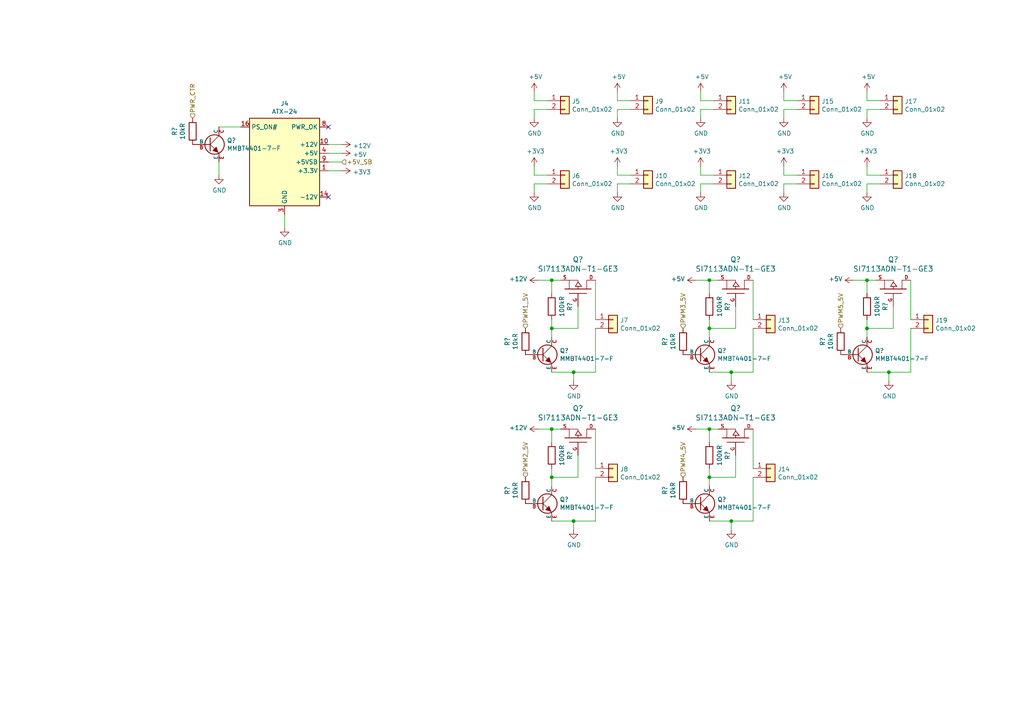
<source format=kicad_sch>
(kicad_sch (version 20230121) (generator eeschema)
  (paper "A4")
  (lib_symbols
    (symbol "power_board-rescue:+12V-power" (power) (pin_names (offset 0))
      (property "Value" "+12V-power" (at 0 3.556 0))
      (symbol "+12V-power_0_1"
        (polyline (pts (xy -0.762 1.27) (xy 0 2.54)))
        (polyline (pts (xy 0 0) (xy 0 2.54)))
        (polyline (pts (xy 0 2.54) (xy 0.762 1.27)))
      )
      (symbol "+12V-power_1_1"
        (pin power_in line (at 0 0 90) (length 0) hide (name "+12V") (number "1"))
      )
    )
    (symbol "power_board-rescue:+3V3-power" (power) (pin_names (offset 0))
      (property "Value" "+3V3-power" (at 0 3.556 0))
      (symbol "+3V3-power_0_1"
        (polyline (pts (xy -0.762 1.27) (xy 0 2.54)))
        (polyline (pts (xy 0 0) (xy 0 2.54)))
        (polyline (pts (xy 0 2.54) (xy 0.762 1.27)))
      )
      (symbol "+3V3-power_1_1"
        (pin power_in line (at 0 0 90) (length 0) hide (name "+3V3") (number "1"))
      )
    )
    (symbol "power_board-rescue:+5V-power" (power) (pin_names (offset 0))
      (property "Value" "+5V-power" (at 0 3.556 0))
      (symbol "+5V-power_0_1"
        (polyline (pts (xy -0.762 1.27) (xy 0 2.54)))
        (polyline (pts (xy 0 0) (xy 0 2.54)))
        (polyline (pts (xy 0 2.54) (xy 0.762 1.27)))
      )
      (symbol "+5V-power_1_1"
        (pin power_in line (at 0 0 90) (length 0) hide (name "+5V") (number "1"))
      )
    )
    (symbol "power_board-rescue:ATX-24-Connector"
      (property "Reference" "J" (at -8.89 13.97 0))
      (property "Value" "Connector_ATX-24" (at 6.35 13.97 0))
      (symbol "ATX-24-Connector_0_1"
        (rectangle (start -10.16 12.7) (end 10.16 -12.7) (stroke (width 0.254)) (fill (type background)))
      )
      (symbol "ATX-24-Connector_1_1"
        (pin power_out line (at 12.7 -2.54 180) (length 2.54) (name "+3.3V") (number "1"))
        (pin power_out line (at 12.7 5.08 180) (length 2.54) (name "+12V") (number "10"))
        (pin passive line (at 12.7 5.08 180) (length 2.54) hide (name "+12V") (number "11"))
        (pin passive line (at 12.7 -2.54 180) (length 2.54) hide (name "+3.3V") (number "12"))
        (pin passive line (at 12.7 -2.54 180) (length 2.54) hide (name "+3.3V") (number "13"))
        (pin power_out line (at 12.7 -10.16 180) (length 2.54) (name "-12V") (number "14"))
        (pin passive line (at 0 -15.24 90) (length 2.54) hide (name "GND") (number "15"))
        (pin open_collector line (at -12.7 10.16 0) (length 2.54) (name "PS_ON#") (number "16"))
        (pin passive line (at 0 -15.24 90) (length 2.54) hide (name "GND") (number "17"))
        (pin passive line (at 0 -15.24 90) (length 2.54) hide (name "GND") (number "18"))
        (pin passive line (at 0 -15.24 90) (length 2.54) hide (name "GND") (number "19"))
        (pin passive line (at 12.7 -2.54 180) (length 2.54) hide (name "+3.3V") (number "2"))
        (pin no_connect line (at -10.16 0 0) (length 2.54) hide (name "NC") (number "20"))
        (pin passive line (at 12.7 2.54 180) (length 2.54) hide (name "+5V") (number "21"))
        (pin passive line (at 12.7 2.54 180) (length 2.54) hide (name "+5V") (number "22"))
        (pin passive line (at 12.7 2.54 180) (length 2.54) hide (name "+5V") (number "23"))
        (pin passive line (at 0 -15.24 90) (length 2.54) hide (name "GND") (number "24"))
        (pin power_out line (at 0 -15.24 90) (length 2.54) (name "GND") (number "3"))
        (pin power_out line (at 12.7 2.54 180) (length 2.54) (name "+5V") (number "4"))
        (pin passive line (at 0 -15.24 90) (length 2.54) hide (name "GND") (number "5"))
        (pin passive line (at 12.7 2.54 180) (length 2.54) hide (name "+5V") (number "6"))
        (pin passive line (at 0 -15.24 90) (length 2.54) hide (name "GND") (number "7"))
        (pin output line (at 12.7 10.16 180) (length 2.54) (name "PWR_OK") (number "8"))
        (pin power_out line (at 12.7 0 180) (length 2.54) (name "+5VSB") (number "9"))
      )
    )
    (symbol "power_board-rescue:Conn_01x02-Connector_Generic" (pin_names (offset 1.016) hide)
      (property "Reference" "J" (at 0 2.54 0))
      (property "Value" "Connector_Generic_Conn_01x02" (at 0 -5.08 0))
      (symbol "Conn_01x02-Connector_Generic_1_1"
        (rectangle (start -1.27 -2.413) (end 0 -2.667) (stroke (width 0.1524)))
        (rectangle (start -1.27 0.127) (end 0 -0.127) (stroke (width 0.1524)))
        (rectangle (start -1.27 1.27) (end 1.27 -3.81) (stroke (width 0.254)) (fill (type background)))
        (pin passive line (at -5.08 0 0) (length 3.81) (name "Pin_1") (number "1"))
        (pin passive line (at -5.08 -2.54 0) (length 3.81) (name "Pin_2") (number "2"))
      )
    )
    (symbol "power_board-rescue:GND-power" (power) (pin_names (offset 0))
      (property "Value" "GND-power" (at 0 -3.81 0))
      (symbol "GND-power_0_1"
        (polyline (pts (xy 0 0) (xy 0 -1.27) (xy 1.27 -1.27) (xy 0 -2.54) (xy -1.27 -1.27) (xy 0 -1.27)))
      )
      (symbol "GND-power_1_1"
        (pin power_in line (at 0 0 270) (length 0) hide (name "GND") (number "1"))
      )
    )
    (symbol "power_board-rescue:MOS_P-lsts-discrete" (pin_names (offset 1.016) hide)
      (property "Reference" "Q" (at 0 4.826 0))
      (property "Value" "lsts-discrete_MOS_P" (at 0 -4.572 0))
      (symbol "MOS_P-lsts-discrete_0_1"
        (polyline (pts (xy -1.27 -2.54) (xy -1.27 2.54)) (stroke (width 0.2032)))
        (polyline (pts (xy 0 -3.81) (xy 0 3.81)) (stroke (width 0.254)))
        (polyline (pts (xy 0.762 0) (xy 0 0)) (stroke (width 0.2032)))
        (polyline (pts (xy 2.54 -2.54) (xy 0 -2.54)))
        (polyline (pts (xy 2.54 2.54) (xy 0 2.54)))
        (polyline (pts (xy 2.032 0) (xy 2.54 0) (xy 2.54 -2.54)))
        (polyline (pts (xy 0.762 1.016) (xy 0.762 -0.762) (xy 2.032 0) (xy 0.762 1.016) (xy 0.762 1.016)) (stroke (width 0.2032)))
      )
      (symbol "MOS_P-lsts-discrete_1_1"
        (pin passive line (at 2.54 5.08 270) (length 2.54) (name "D") (number "D"))
        (pin input line (at -5.08 0 0) (length 3.81) (name "G") (number "G"))
        (pin passive line (at 2.54 -5.08 90) (length 2.54) (name "S") (number "S"))
      )
    )
    (symbol "power_board-rescue:NPN_EBC-lsts-discrete" (pin_names (offset 0))
      (property "Reference" "Q" (at 0 -3.81 0))
      (property "Value" "lsts-discrete_NPN_EBC" (at 0 3.81 0))
      (symbol "NPN_EBC-lsts-discrete_0_1"
        (polyline (pts (xy 0 0) (xy 2.54 2.54)))
        (polyline (pts (xy 0 1.905) (xy 0 -1.905) (xy 0 -1.905)) (stroke (width 0.254)))
        (polyline (pts (xy 1.27 -1.27) (xy 0 0) (xy 0 0)))
        (polyline (pts (xy 2.286 -2.286) (xy 2.54 -2.54) (xy 2.54 -2.54)))
        (polyline (pts (xy 2.286 -2.286) (xy 1.778 -0.762) (xy 0.762 -1.778) (xy 2.286 -2.286) (xy 2.286 -2.286)) (fill (type outline)))
        (circle (center 1.27 0) (radius 2.8194) (stroke (width 0.254)))
      )
      (symbol "NPN_EBC-lsts-discrete_1_1"
        (pin input line (at -5.08 0 0) (length 5.08) (name "B") (number "B"))
        (pin passive line (at 2.54 5.08 270) (length 2.54) (name "C") (number "C"))
        (pin passive line (at 2.54 -5.08 90) (length 2.54) (name "E") (number "E"))
      )
    )
    (symbol "power_board-rescue:R-Device" (pin_numbers hide) (pin_names (offset 0))
      (property "Reference" "R" (at 2.032 0 90))
      (property "Value" "Device_R" (at 0 0 90))
      (symbol "R-Device_0_1"
        (rectangle (start -1.016 -2.54) (end 1.016 2.54) (stroke (width 0.254)))
      )
      (symbol "R-Device_1_1"
        (pin passive line (at 0 3.81 270) (length 1.27) (name "~") (number "1"))
        (pin passive line (at 0 -3.81 90) (length 1.27) (name "~") (number "2"))
      )
    )
  )
  (junction (at 160.02 81.28))
  (junction (at 251.46 81.28))
  (junction (at 205.74 124.46))
  (junction (at 205.74 95.25))
  (junction (at 212.09 151.13))
  (junction (at 205.74 138.43))
  (junction (at 160.02 138.43))
  (junction (at 160.02 124.46))
  (junction (at 212.09 107.95))
  (junction (at 257.81 107.95))
  (junction (at 251.46 95.25))
  (junction (at 166.37 151.13))
  (junction (at 205.74 81.28))
  (junction (at 160.02 95.25))
  (junction (at 166.37 107.95))
  (no_connect (at 95.25 36.83))
  (no_connect (at 95.25 57.15))
  (wire (pts (xy 179.07 31.75) (xy 179.07 34.29)))
  (wire (pts (xy 205.74 151.13) (xy 212.09 151.13)))
  (wire (pts (xy 160.02 124.46) (xy 162.56 124.46)))
  (wire (pts (xy 207.01 53.34) (xy 203.2 53.34)))
  (wire (pts (xy 63.5 46.99) (xy 63.5 50.8)))
  (wire (pts (xy 205.74 135.89) (xy 205.74 138.43)))
  (wire (pts (xy 255.27 53.34) (xy 251.46 53.34)))
  (wire (pts (xy 264.16 81.28) (xy 264.16 92.71)))
  (wire (pts (xy 160.02 81.28) (xy 156.21 81.28)))
  (wire (pts (xy 255.27 50.8) (xy 251.46 50.8)))
  (wire (pts (xy 166.37 107.95) (xy 172.72 107.95)))
  (wire (pts (xy 182.88 31.75) (xy 179.07 31.75)))
  (wire (pts (xy 251.46 50.8) (xy 251.46 48.26)))
  (wire (pts (xy 182.88 29.21) (xy 179.07 29.21)))
  (wire (pts (xy 218.44 95.25) (xy 218.44 107.95)))
  (wire (pts (xy 203.2 29.21) (xy 203.2 26.67)))
  (wire (pts (xy 251.46 85.09) (xy 251.46 81.28)))
  (wire (pts (xy 154.94 50.8) (xy 154.94 48.26)))
  (wire (pts (xy 251.46 53.34) (xy 251.46 55.88)))
  (wire (pts (xy 231.14 53.34) (xy 227.33 53.34)))
  (wire (pts (xy 158.75 31.75) (xy 154.94 31.75)))
  (wire (pts (xy 231.14 29.21) (xy 227.33 29.21)))
  (wire (pts (xy 179.07 53.34) (xy 179.07 55.88)))
  (wire (pts (xy 212.09 107.95) (xy 218.44 107.95)))
  (wire (pts (xy 205.74 81.28) (xy 201.93 81.28)))
  (wire (pts (xy 203.2 31.75) (xy 203.2 34.29)))
  (wire (pts (xy 212.09 107.95) (xy 212.09 110.49)))
  (wire (pts (xy 179.07 50.8) (xy 179.07 48.26)))
  (wire (pts (xy 207.01 29.21) (xy 203.2 29.21)))
  (wire (pts (xy 231.14 31.75) (xy 227.33 31.75)))
  (wire (pts (xy 257.81 107.95) (xy 257.81 110.49)))
  (wire (pts (xy 255.27 31.75) (xy 251.46 31.75)))
  (wire (pts (xy 205.74 81.28) (xy 208.28 81.28)))
  (wire (pts (xy 182.88 50.8) (xy 179.07 50.8)))
  (wire (pts (xy 251.46 81.28) (xy 247.65 81.28)))
  (wire (pts (xy 205.74 138.43) (xy 205.74 140.97)))
  (wire (pts (xy 160.02 128.27) (xy 160.02 124.46)))
  (wire (pts (xy 213.36 138.43) (xy 205.74 138.43)))
  (wire (pts (xy 63.5 36.83) (xy 69.85 36.83)))
  (wire (pts (xy 203.2 50.8) (xy 203.2 48.26)))
  (wire (pts (xy 158.75 29.21) (xy 154.94 29.21)))
  (wire (pts (xy 167.64 138.43) (xy 160.02 138.43)))
  (wire (pts (xy 95.25 44.45) (xy 99.06 44.45)))
  (wire (pts (xy 251.46 107.95) (xy 257.81 107.95)))
  (wire (pts (xy 251.46 92.71) (xy 251.46 95.25)))
  (wire (pts (xy 172.72 81.28) (xy 172.72 92.71)))
  (wire (pts (xy 160.02 92.71) (xy 160.02 95.25)))
  (wire (pts (xy 154.94 31.75) (xy 154.94 34.29)))
  (wire (pts (xy 95.25 49.53) (xy 99.06 49.53)))
  (wire (pts (xy 255.27 29.21) (xy 251.46 29.21)))
  (wire (pts (xy 205.74 124.46) (xy 208.28 124.46)))
  (wire (pts (xy 205.74 95.25) (xy 205.74 97.79)))
  (wire (pts (xy 172.72 124.46) (xy 172.72 135.89)))
  (wire (pts (xy 95.25 46.99) (xy 99.06 46.99)))
  (wire (pts (xy 82.55 62.23) (xy 82.55 66.04)))
  (wire (pts (xy 227.33 31.75) (xy 227.33 34.29)))
  (wire (pts (xy 179.07 29.21) (xy 179.07 26.67)))
  (wire (pts (xy 207.01 31.75) (xy 203.2 31.75)))
  (wire (pts (xy 166.37 151.13) (xy 166.37 153.67)))
  (wire (pts (xy 160.02 151.13) (xy 166.37 151.13)))
  (wire (pts (xy 160.02 135.89) (xy 160.02 138.43)))
  (wire (pts (xy 259.08 95.25) (xy 251.46 95.25)))
  (wire (pts (xy 231.14 50.8) (xy 227.33 50.8)))
  (wire (pts (xy 213.36 88.9) (xy 213.36 95.25)))
  (wire (pts (xy 227.33 50.8) (xy 227.33 48.26)))
  (wire (pts (xy 205.74 124.46) (xy 201.93 124.46)))
  (wire (pts (xy 218.44 124.46) (xy 218.44 135.89)))
  (wire (pts (xy 205.74 92.71) (xy 205.74 95.25)))
  (wire (pts (xy 160.02 124.46) (xy 156.21 124.46)))
  (wire (pts (xy 212.09 151.13) (xy 212.09 153.67)))
  (wire (pts (xy 251.46 81.28) (xy 254 81.28)))
  (wire (pts (xy 203.2 53.34) (xy 203.2 55.88)))
  (wire (pts (xy 212.09 151.13) (xy 218.44 151.13)))
  (wire (pts (xy 251.46 31.75) (xy 251.46 34.29)))
  (wire (pts (xy 160.02 85.09) (xy 160.02 81.28)))
  (wire (pts (xy 167.64 95.25) (xy 160.02 95.25)))
  (wire (pts (xy 227.33 29.21) (xy 227.33 26.67)))
  (wire (pts (xy 172.72 138.43) (xy 172.72 151.13)))
  (wire (pts (xy 166.37 107.95) (xy 166.37 110.49)))
  (wire (pts (xy 158.75 53.34) (xy 154.94 53.34)))
  (wire (pts (xy 205.74 128.27) (xy 205.74 124.46)))
  (wire (pts (xy 154.94 53.34) (xy 154.94 55.88)))
  (wire (pts (xy 218.44 81.28) (xy 218.44 92.71)))
  (wire (pts (xy 95.25 41.91) (xy 99.06 41.91)))
  (wire (pts (xy 166.37 151.13) (xy 172.72 151.13)))
  (wire (pts (xy 167.64 88.9) (xy 167.64 95.25)))
  (wire (pts (xy 167.64 132.08) (xy 167.64 138.43)))
  (wire (pts (xy 160.02 107.95) (xy 166.37 107.95)))
  (wire (pts (xy 205.74 85.09) (xy 205.74 81.28)))
  (wire (pts (xy 207.01 50.8) (xy 203.2 50.8)))
  (wire (pts (xy 251.46 95.25) (xy 251.46 97.79)))
  (wire (pts (xy 160.02 138.43) (xy 160.02 140.97)))
  (wire (pts (xy 160.02 95.25) (xy 160.02 97.79)))
  (wire (pts (xy 172.72 95.25) (xy 172.72 107.95)))
  (wire (pts (xy 264.16 95.25) (xy 264.16 107.95)))
  (wire (pts (xy 218.44 138.43) (xy 218.44 151.13)))
  (wire (pts (xy 205.74 107.95) (xy 212.09 107.95)))
  (wire (pts (xy 213.36 132.08) (xy 213.36 138.43)))
  (wire (pts (xy 182.88 53.34) (xy 179.07 53.34)))
  (wire (pts (xy 227.33 53.34) (xy 227.33 55.88)))
  (wire (pts (xy 160.02 81.28) (xy 162.56 81.28)))
  (wire (pts (xy 213.36 95.25) (xy 205.74 95.25)))
  (wire (pts (xy 259.08 88.9) (xy 259.08 95.25)))
  (wire (pts (xy 158.75 50.8) (xy 154.94 50.8)))
  (wire (pts (xy 251.46 29.21) (xy 251.46 26.67)))
  (wire (pts (xy 257.81 107.95) (xy 264.16 107.95)))
  (wire (pts (xy 154.94 29.21) (xy 154.94 26.67)))
  (hierarchical_label "PWM3_5V" (shape input) (at 198.12 95.25 90))
  (hierarchical_label "+5V_SB" (shape input) (at 99.06 46.99 0))
  (hierarchical_label "PWR_CTR" (shape input) (at 55.88 34.29 90))
  (hierarchical_label "PWM4_5V" (shape input) (at 198.12 138.43 90))
  (hierarchical_label "PWM1_5V" (shape input) (at 152.4 95.25 90))
  (hierarchical_label "PWM5_5V" (shape input) (at 243.84 95.25 90))
  (hierarchical_label "PWM2_5V" (shape input) (at 152.4 138.43 90))
  (symbol (lib_id "power_board-rescue:R-Device") (at 55.88 38.1 0) (unit 1)
    (property "Reference" "R?" (at 50.6222 38.1 90))
    (property "Value" "10kR" (at 52.9336 38.1 90))
    (property "Footprint" "lsts_passives:R_0603" (effects hide))
    (property "manf#" "CRCW060310K0JNEBC" (effects hide))
    (instances (project "power_board" (path "" (reference "R?") (unit 1)) (path "" (reference "R?") (unit 1)) (path "" (reference "R?") (unit 1)) (path "" (reference "R8") (unit 1))))
  )
  (symbol (lib_id "power_board-rescue:NPN_EBC-lsts-discrete") (at 60.96 41.91 0) (unit 1)
    (property "Reference" "Q?" (at 65.8114 40.7416 0) (effects (justify left)))
    (property "Value" "MMBT4401-7-F" (at 65.8114 43.053 0) (effects (justify left)))
    (property "Footprint" "lsts_discretes:SOT23_BC817" (effects hide))
    (property "manf#" "MMBT4401-7-F" (effects hide))
    (instances (project "power_board" (path "" (reference "Q?") (unit 1)) (path "" (reference "Q?") (unit 1)) (path "" (reference "Q?") (unit 1)) (path "" (reference "Q1") (unit 1))))
  )
  (symbol (lib_id "power_board-rescue:GND-power") (at 63.5 50.8 0) (unit 1)
    (property "Reference" "#PWR012" (effects hide))
    (property "Value" "GND" (at 63.627 55.1942 0))
    (instances (project "power_board" (path "" (reference "#PWR012") (unit 1)) (path "" (reference "#PWR?") (unit 1))))
  )
  (symbol (lib_id "power_board-rescue:Conn_01x02-Connector_Generic") (at 260.35 29.21 0) (unit 1)
    (property "Reference" "J17" (at 262.382 29.4132 0) (effects (justify left)))
    (property "Value" "Conn_01x02" (at 262.382 31.7246 0) (effects (justify left)))
    (property "Footprint" "Connector_Molex:Molex_Micro-Fit_3.0_43045-0212_2x01_P3.00mm_Vertical" (effects hide))
    (property "manf#" "43045-0212" (effects hide))
    (instances (project "power_board" (path "" (reference "J17") (unit 1)) (path "" (reference "J?") (unit 1))))
  )
  (symbol (lib_id "power_board-rescue:+5V-power") (at 251.46 26.67 0) (unit 1)
    (property "Reference" "#PWR042" (effects hide))
    (property "Value" "+5V" (at 251.841 22.2758 0))
    (instances (project "power_board" (path "" (reference "#PWR042") (unit 1)) (path "" (reference "#PWR?") (unit 1))))
  )
  (symbol (lib_id "power_board-rescue:GND-power") (at 251.46 34.29 0) (unit 1)
    (property "Reference" "#PWR043" (effects hide))
    (property "Value" "GND" (at 251.587 38.6842 0))
    (instances (project "power_board" (path "" (reference "#PWR043") (unit 1)) (path "" (reference "#PWR?") (unit 1))))
  )
  (symbol (lib_id "power_board-rescue:GND-power") (at 203.2 55.88 0) (unit 1)
    (property "Reference" "#PWR034" (effects hide))
    (property "Value" "GND" (at 203.327 60.2742 0))
    (instances (project "power_board" (path "" (reference "#PWR034") (unit 1)) (path "" (reference "#PWR?") (unit 1))))
  )
  (symbol (lib_id "power_board-rescue:+3V3-power") (at 203.2 48.26 0) (unit 1)
    (property "Reference" "#PWR033" (effects hide))
    (property "Value" "+3V3" (at 203.581 43.8658 0))
    (instances (project "power_board" (path "" (reference "#PWR033") (unit 1)) (path "" (reference "#PWR?") (unit 1))))
  )
  (symbol (lib_id "power_board-rescue:Conn_01x02-Connector_Generic") (at 212.09 50.8 0) (unit 1)
    (property "Reference" "J12" (at 214.122 51.0032 0) (effects (justify left)))
    (property "Value" "Conn_01x02" (at 214.122 53.3146 0) (effects (justify left)))
    (property "Footprint" "Connector_Molex:Molex_Micro-Fit_3.0_43045-0212_2x01_P3.00mm_Vertical" (effects hide))
    (property "manf#" "43045-0212" (effects hide))
    (instances (project "power_board" (path "" (reference "J12") (unit 1)) (path "" (reference "J?") (unit 1))))
  )
  (symbol (lib_id "power_board-rescue:Conn_01x02-Connector_Generic") (at 163.83 29.21 0) (unit 1)
    (property "Reference" "J5" (at 165.862 29.4132 0) (effects (justify left)))
    (property "Value" "Conn_01x02" (at 165.862 31.7246 0) (effects (justify left)))
    (property "Footprint" "Connector_Molex:Molex_Micro-Fit_3.0_43045-0212_2x01_P3.00mm_Vertical" (effects hide))
    (property "manf#" "43045-0212" (effects hide))
    (instances (project "power_board" (path "" (reference "J5") (unit 1)) (path "" (reference "J?") (unit 1))))
  )
  (symbol (lib_id "power_board-rescue:+5V-power") (at 154.94 26.67 0) (unit 1)
    (property "Reference" "#PWR017" (effects hide))
    (property "Value" "+5V" (at 155.321 22.2758 0))
    (instances (project "power_board" (path "" (reference "#PWR017") (unit 1)) (path "" (reference "#PWR?") (unit 1))))
  )
  (symbol (lib_id "power_board-rescue:GND-power") (at 154.94 34.29 0) (unit 1)
    (property "Reference" "#PWR018" (effects hide))
    (property "Value" "GND" (at 155.067 38.6842 0))
    (instances (project "power_board" (path "" (reference "#PWR018") (unit 1)) (path "" (reference "#PWR?") (unit 1))))
  )
  (symbol (lib_id "power_board-rescue:GND-power") (at 154.94 55.88 0) (unit 1)
    (property "Reference" "#PWR020" (effects hide))
    (property "Value" "GND" (at 155.067 60.2742 0))
    (instances (project "power_board" (path "" (reference "#PWR020") (unit 1)) (path "" (reference "#PWR?") (unit 1))))
  )
  (symbol (lib_id "power_board-rescue:+3V3-power") (at 154.94 48.26 0) (unit 1)
    (property "Reference" "#PWR019" (effects hide))
    (property "Value" "+3V3" (at 155.321 43.8658 0))
    (instances (project "power_board" (path "" (reference "#PWR019") (unit 1)) (path "" (reference "#PWR?") (unit 1))))
  )
  (symbol (lib_id "power_board-rescue:Conn_01x02-Connector_Generic") (at 177.8 92.71 0) (unit 1)
    (property "Reference" "J7" (at 179.832 92.9132 0) (effects (justify left)))
    (property "Value" "Conn_01x02" (at 179.832 95.2246 0) (effects (justify left)))
    (property "Footprint" "Connector_Molex:Molex_Micro-Fit_3.0_43045-0212_2x01_P3.00mm_Vertical" (effects hide))
    (property "manf#" "43045-0212" (effects hide))
    (instances (project "power_board" (path "" (reference "J7") (unit 1)) (path "" (reference "J?") (unit 1))))
  )
  (symbol (lib_id "power_board-rescue:Conn_01x02-Connector_Generic") (at 163.83 50.8 0) (unit 1)
    (property "Reference" "J6" (at 165.862 51.0032 0) (effects (justify left)))
    (property "Value" "Conn_01x02" (at 165.862 53.3146 0) (effects (justify left)))
    (property "Footprint" "Connector_Molex:Molex_Micro-Fit_3.0_43045-0212_2x01_P3.00mm_Vertical" (effects hide))
    (property "manf#" "43045-0212" (effects hide))
    (instances (project "power_board" (path "" (reference "J6") (unit 1)) (path "" (reference "J?") (unit 1))))
  )
  (symbol (lib_id "power_board-rescue:Conn_01x02-Connector_Generic") (at 187.96 29.21 0) (unit 1)
    (property "Reference" "J9" (at 189.992 29.4132 0) (effects (justify left)))
    (property "Value" "Conn_01x02" (at 189.992 31.7246 0) (effects (justify left)))
    (property "Footprint" "Connector_Molex:Molex_Micro-Fit_3.0_43045-0212_2x01_P3.00mm_Vertical" (effects hide))
    (property "manf#" "43045-0212" (effects hide))
    (instances (project "power_board" (path "" (reference "J9") (unit 1)) (path "" (reference "J?") (unit 1))))
  )
  (symbol (lib_id "power_board-rescue:+5V-power") (at 179.07 26.67 0) (unit 1)
    (property "Reference" "#PWR025" (effects hide))
    (property "Value" "+5V" (at 179.451 22.2758 0))
    (instances (project "power_board" (path "" (reference "#PWR025") (unit 1)) (path "" (reference "#PWR?") (unit 1))))
  )
  (symbol (lib_id "power_board-rescue:GND-power") (at 179.07 34.29 0) (unit 1)
    (property "Reference" "#PWR026" (effects hide))
    (property "Value" "GND" (at 179.197 38.6842 0))
    (instances (project "power_board" (path "" (reference "#PWR026") (unit 1)) (path "" (reference "#PWR?") (unit 1))))
  )
  (symbol (lib_id "power_board-rescue:GND-power") (at 179.07 55.88 0) (unit 1)
    (property "Reference" "#PWR028" (effects hide))
    (property "Value" "GND" (at 179.197 60.2742 0))
    (instances (project "power_board" (path "" (reference "#PWR028") (unit 1)) (path "" (reference "#PWR?") (unit 1))))
  )
  (symbol (lib_id "power_board-rescue:+3V3-power") (at 179.07 48.26 0) (unit 1)
    (property "Reference" "#PWR027" (effects hide))
    (property "Value" "+3V3" (at 179.451 43.8658 0))
    (instances (project "power_board" (path "" (reference "#PWR027") (unit 1)) (path "" (reference "#PWR?") (unit 1))))
  )
  (symbol (lib_id "power_board-rescue:Conn_01x02-Connector_Generic") (at 187.96 50.8 0) (unit 1)
    (property "Reference" "J10" (at 189.992 51.0032 0) (effects (justify left)))
    (property "Value" "Conn_01x02" (at 189.992 53.3146 0) (effects (justify left)))
    (property "Footprint" "Connector_Molex:Molex_Micro-Fit_3.0_43045-0212_2x01_P3.00mm_Vertical" (effects hide))
    (property "manf#" "43045-0212" (effects hide))
    (instances (project "power_board" (path "" (reference "J10") (unit 1)) (path "" (reference "J?") (unit 1))))
  )
  (symbol (lib_id "power_board-rescue:Conn_01x02-Connector_Generic") (at 212.09 29.21 0) (unit 1)
    (property "Reference" "J11" (at 214.122 29.4132 0) (effects (justify left)))
    (property "Value" "Conn_01x02" (at 214.122 31.7246 0) (effects (justify left)))
    (property "Footprint" "Connector_Molex:Molex_Micro-Fit_3.0_43045-0212_2x01_P3.00mm_Vertical" (effects hide))
    (property "manf#" "43045-0212" (effects hide))
    (instances (project "power_board" (path "" (reference "J11") (unit 1)) (path "" (reference "J?") (unit 1))))
  )
  (symbol (lib_id "power_board-rescue:+5V-power") (at 203.2 26.67 0) (unit 1)
    (property "Reference" "#PWR031" (effects hide))
    (property "Value" "+5V" (at 203.581 22.2758 0))
    (instances (project "power_board" (path "" (reference "#PWR031") (unit 1)) (path "" (reference "#PWR?") (unit 1))))
  )
  (symbol (lib_id "power_board-rescue:GND-power") (at 203.2 34.29 0) (unit 1)
    (property "Reference" "#PWR032" (effects hide))
    (property "Value" "GND" (at 203.327 38.6842 0))
    (instances (project "power_board" (path "" (reference "#PWR032") (unit 1)) (path "" (reference "#PWR?") (unit 1))))
  )
  (symbol (lib_id "power_board-rescue:Conn_01x02-Connector_Generic") (at 236.22 29.21 0) (unit 1)
    (property "Reference" "J15" (at 238.252 29.4132 0) (effects (justify left)))
    (property "Value" "Conn_01x02" (at 238.252 31.7246 0) (effects (justify left)))
    (property "Footprint" "Connector_Molex:Molex_Micro-Fit_3.0_43045-0212_2x01_P3.00mm_Vertical" (effects hide))
    (property "manf#" "43045-0212" (effects hide))
    (instances (project "power_board" (path "" (reference "J15") (unit 1)) (path "" (reference "J?") (unit 1))))
  )
  (symbol (lib_id "power_board-rescue:+5V-power") (at 227.33 26.67 0) (unit 1)
    (property "Reference" "#PWR037" (effects hide))
    (property "Value" "+5V" (at 227.711 22.2758 0))
    (instances (project "power_board" (path "" (reference "#PWR037") (unit 1)) (path "" (reference "#PWR?") (unit 1))))
  )
  (symbol (lib_id "power_board-rescue:GND-power") (at 227.33 34.29 0) (unit 1)
    (property "Reference" "#PWR038" (effects hide))
    (property "Value" "GND" (at 227.457 38.6842 0))
    (instances (project "power_board" (path "" (reference "#PWR038") (unit 1)) (path "" (reference "#PWR?") (unit 1))))
  )
  (symbol (lib_id "power_board-rescue:GND-power") (at 227.33 55.88 0) (unit 1)
    (property "Reference" "#PWR040" (effects hide))
    (property "Value" "GND" (at 227.457 60.2742 0))
    (instances (project "power_board" (path "" (reference "#PWR040") (unit 1)) (path "" (reference "#PWR?") (unit 1))))
  )
  (symbol (lib_id "power_board-rescue:+3V3-power") (at 227.33 48.26 0) (unit 1)
    (property "Reference" "#PWR039" (effects hide))
    (property "Value" "+3V3" (at 227.711 43.8658 0))
    (instances (project "power_board" (path "" (reference "#PWR039") (unit 1)) (path "" (reference "#PWR?") (unit 1))))
  )
  (symbol (lib_id "power_board-rescue:Conn_01x02-Connector_Generic") (at 236.22 50.8 0) (unit 1)
    (property "Reference" "J16" (at 238.252 51.0032 0) (effects (justify left)))
    (property "Value" "Conn_01x02" (at 238.252 53.3146 0) (effects (justify left)))
    (property "Footprint" "Connector_Molex:Molex_Micro-Fit_3.0_43045-0212_2x01_P3.00mm_Vertical" (effects hide))
    (property "manf#" "43045-0212" (effects hide))
    (instances (project "power_board" (path "" (reference "J16") (unit 1)) (path "" (reference "J?") (unit 1))))
  )
  (symbol (lib_id "power_board-rescue:GND-power") (at 251.46 55.88 0) (unit 1)
    (property "Reference" "#PWR045" (effects hide))
    (property "Value" "GND" (at 251.587 60.2742 0))
    (instances (project "power_board" (path "" (reference "#PWR045") (unit 1)) (path "" (reference "#PWR?") (unit 1))))
  )
  (symbol (lib_id "power_board-rescue:+3V3-power") (at 251.46 48.26 0) (unit 1)
    (property "Reference" "#PWR044" (effects hide))
    (property "Value" "+3V3" (at 251.841 43.8658 0))
    (instances (project "power_board" (path "" (reference "#PWR044") (unit 1)) (path "" (reference "#PWR?") (unit 1))))
  )
  (symbol (lib_id "power_board-rescue:Conn_01x02-Connector_Generic") (at 260.35 50.8 0) (unit 1)
    (property "Reference" "J18" (at 262.382 51.0032 0) (effects (justify left)))
    (property "Value" "Conn_01x02" (at 262.382 53.3146 0) (effects (justify left)))
    (property "Footprint" "Connector_Molex:Molex_Micro-Fit_3.0_43045-0212_2x01_P3.00mm_Vertical" (effects hide))
    (property "manf#" "43045-0212" (effects hide))
    (instances (project "power_board" (path "" (reference "J18") (unit 1)) (path "" (reference "J?") (unit 1))))
  )
  (symbol (lib_id "power_board-rescue:GND-power") (at 82.55 66.04 0) (unit 1)
    (property "Reference" "#PWR013" (effects hide))
    (property "Value" "GND" (at 82.677 70.4342 0))
    (instances (project "power_board" (path "" (reference "#PWR013") (unit 1)) (path "" (reference "#PWR?") (unit 1))))
  )
  (symbol (lib_id "power_board-rescue:+12V-power") (at 99.06 41.91 270) (unit 1)
    (property "Reference" "#PWR014" (effects hide))
    (property "Value" "+12V" (at 102.3112 42.291 90) (effects (justify left)))
    (instances (project "power_board" (path "" (reference "#PWR014") (unit 1)) (path "" (reference "#PWR?") (unit 1))))
  )
  (symbol (lib_id "power_board-rescue:+5V-power") (at 99.06 44.45 270) (unit 1)
    (property "Reference" "#PWR015" (effects hide))
    (property "Value" "+5V" (at 102.3112 44.831 90) (effects (justify left)))
    (instances (project "power_board" (path "" (reference "#PWR015") (unit 1)) (path "" (reference "#PWR?") (unit 1))))
  )
  (symbol (lib_id "power_board-rescue:+3V3-power") (at 99.06 49.53 270) (unit 1)
    (property "Reference" "#PWR016" (effects hide))
    (property "Value" "+3V3" (at 102.3112 49.911 90) (effects (justify left)))
    (instances (project "power_board" (path "" (reference "#PWR016") (unit 1)) (path "" (reference "#PWR?") (unit 1))))
  )
  (symbol (lib_id "power_board-rescue:MOS_P-lsts-discrete") (at 167.64 83.82 270) (mirror x) (unit 1)
    (property "Reference" "Q?" (at 167.64 75.2856 90) (effects (font (size 1.524 1.524))))
    (property "Value" "SI7113ADN-T1-GE3" (at 167.64 77.978 90) (effects (font (size 1.524 1.524))))
    (property "Footprint" "lsts_discretes:PowerPAK_1212-8" (effects hide))
    (property "manf#" "SI7113ADN-T1-GE3" (effects hide))
    (instances (project "power_board" (path "" (reference "Q?") (unit 1)) (path "" (reference "Q?") (unit 1)) (path "" (reference "Q?") (unit 1)) (path "" (reference "Q4") (unit 1))))
  )
  (symbol (lib_id "power_board-rescue:R-Device") (at 152.4 99.06 0) (unit 1)
    (property "Reference" "R?" (at 147.1422 99.06 90))
    (property "Value" "10kR" (at 149.4536 99.06 90))
    (property "Footprint" "lsts_passives:R_0603" (effects hide))
    (property "manf#" "CRCW060310K0JNEBC" (effects hide))
    (instances (project "power_board" (path "" (reference "R?") (unit 1)) (path "" (reference "R?") (unit 1)) (path "" (reference "R?") (unit 1)) (path "" (reference "R10") (unit 1))))
  )
  (symbol (lib_id "power_board-rescue:GND-power") (at 166.37 110.49 0) (unit 1)
    (property "Reference" "#PWR?" (effects hide))
    (property "Value" "GND" (at 166.497 114.8842 0))
    (instances (project "power_board" (path "" (reference "#PWR?") (unit 1)) (path "" (reference "#PWR?") (unit 1)) (path "" (reference "#PWR?") (unit 1)) (path "" (reference "#PWR023") (unit 1))))
  )
  (symbol (lib_id "power_board-rescue:NPN_EBC-lsts-discrete") (at 157.48 102.87 0) (unit 1)
    (property "Reference" "Q?" (at 162.3314 101.7016 0) (effects (justify left)))
    (property "Value" "MMBT4401-7-F" (at 162.3314 104.013 0) (effects (justify left)))
    (property "Footprint" "lsts_discretes:SOT23_BC817" (effects hide))
    (property "manf#" "MMBT4401-7-F" (effects hide))
    (instances (project "power_board" (path "" (reference "Q?") (unit 1)) (path "" (reference "Q?") (unit 1)) (path "" (reference "Q?") (unit 1)) (path "" (reference "Q2") (unit 1))))
  )
  (symbol (lib_id "power_board-rescue:R-Device") (at 160.02 88.9 180) (unit 1)
    (property "Reference" "R?" (at 165.2778 88.9 90))
    (property "Value" "100kR" (at 162.9664 88.9 90))
    (property "Footprint" "lsts_passives:R_0603" (effects hide))
    (property "manf#" "CRCW0603100KFKEAC" (effects hide))
    (instances (project "power_board" (path "" (reference "R?") (unit 1)) (path "" (reference "R?") (unit 1)) (path "" (reference "R?") (unit 1)) (path "" (reference "R12") (unit 1))))
  )
  (symbol (lib_id "power_board-rescue:Conn_01x02-Connector_Generic") (at 223.52 92.71 0) (unit 1)
    (property "Reference" "J13" (at 225.552 92.9132 0) (effects (justify left)))
    (property "Value" "Conn_01x02" (at 225.552 95.2246 0) (effects (justify left)))
    (property "Footprint" "Connector_Molex:Molex_Micro-Fit_3.0_43045-0212_2x01_P3.00mm_Vertical" (effects hide))
    (property "manf#" "43045-0212" (effects hide))
    (instances (project "power_board" (path "" (reference "J13") (unit 1)) (path "" (reference "J?") (unit 1))))
  )
  (symbol (lib_id "power_board-rescue:MOS_P-lsts-discrete") (at 213.36 83.82 270) (mirror x) (unit 1)
    (property "Reference" "Q?" (at 213.36 75.2856 90) (effects (font (size 1.524 1.524))))
    (property "Value" "SI7113ADN-T1-GE3" (at 213.36 77.978 90) (effects (font (size 1.524 1.524))))
    (property "Footprint" "lsts_discretes:PowerPAK_1212-8" (effects hide))
    (property "manf#" "SI7113ADN-T1-GE3" (effects hide))
    (instances (project "power_board" (path "" (reference "Q?") (unit 1)) (path "" (reference "Q?") (unit 1)) (path "" (reference "Q?") (unit 1)) (path "" (reference "Q8") (unit 1))))
  )
  (symbol (lib_id "power_board-rescue:R-Device") (at 198.12 99.06 0) (unit 1)
    (property "Reference" "R?" (at 192.8622 99.06 90))
    (property "Value" "10kR" (at 195.1736 99.06 90))
    (property "Footprint" "lsts_passives:R_0603" (effects hide))
    (property "manf#" "CRCW060310K0JNEBC" (effects hide))
    (instances (project "power_board" (path "" (reference "R?") (unit 1)) (path "" (reference "R?") (unit 1)) (path "" (reference "R?") (unit 1)) (path "" (reference "R14") (unit 1))))
  )
  (symbol (lib_id "power_board-rescue:GND-power") (at 212.09 110.49 0) (unit 1)
    (property "Reference" "#PWR?" (effects hide))
    (property "Value" "GND" (at 212.217 114.8842 0))
    (instances (project "power_board" (path "" (reference "#PWR?") (unit 1)) (path "" (reference "#PWR?") (unit 1)) (path "" (reference "#PWR?") (unit 1)) (path "" (reference "#PWR035") (unit 1))))
  )
  (symbol (lib_id "power_board-rescue:NPN_EBC-lsts-discrete") (at 203.2 102.87 0) (unit 1)
    (property "Reference" "Q?" (at 208.0514 101.7016 0) (effects (justify left)))
    (property "Value" "MMBT4401-7-F" (at 208.0514 104.013 0) (effects (justify left)))
    (property "Footprint" "lsts_discretes:SOT23_BC817" (effects hide))
    (property "manf#" "MMBT4401-7-F" (effects hide))
    (instances (project "power_board" (path "" (reference "Q?") (unit 1)) (path "" (reference "Q?") (unit 1)) (path "" (reference "Q?") (unit 1)) (path "" (reference "Q6") (unit 1))))
  )
  (symbol (lib_id "power_board-rescue:R-Device") (at 205.74 88.9 180) (unit 1)
    (property "Reference" "R?" (at 210.9978 88.9 90))
    (property "Value" "100kR" (at 208.6864 88.9 90))
    (property "Footprint" "lsts_passives:R_0603" (effects hide))
    (property "manf#" "CRCW0603100KFKEAC" (effects hide))
    (instances (project "power_board" (path "" (reference "R?") (unit 1)) (path "" (reference "R?") (unit 1)) (path "" (reference "R?") (unit 1)) (path "" (reference "R16") (unit 1))))
  )
  (symbol (lib_id "power_board-rescue:+5V-power") (at 201.93 81.28 90) (unit 1)
    (property "Reference" "#PWR029" (effects hide))
    (property "Value" "+5V" (at 198.6788 80.899 90) (effects (justify left)))
  )
  (symbol (lib_id "power_board-rescue:Conn_01x02-Connector_Generic") (at 269.24 92.71 0) (unit 1)
    (property "Reference" "J19" (at 271.272 92.9132 0) (effects (justify left)))
    (property "Value" "Conn_01x02" (at 271.272 95.2246 0) (effects (justify left)))
    (property "Footprint" "Connector_Molex:Molex_Micro-Fit_3.0_43045-0212_2x01_P3.00mm_Vertical" (effects hide))
    (property "manf#" "43045-0212" (effects hide))
    (instances (project "power_board" (path "" (reference "J19") (unit 1)) (path "" (reference "J?") (unit 1))))
  )
  (symbol (lib_id "power_board-rescue:MOS_P-lsts-discrete") (at 259.08 83.82 270) (mirror x) (unit 1)
    (property "Reference" "Q?" (at 259.08 75.2856 90) (effects (font (size 1.524 1.524))))
    (property "Value" "SI7113ADN-T1-GE3" (at 259.08 77.978 90) (effects (font (size 1.524 1.524))))
    (property "Footprint" "lsts_discretes:PowerPAK_1212-8" (effects hide))
    (property "manf#" "SI7113ADN-T1-GE3" (effects hide))
    (instances (project "power_board" (path "" (reference "Q?") (unit 1)) (path "" (reference "Q?") (unit 1)) (path "" (reference "Q?") (unit 1)) (path "" (reference "Q11") (unit 1))))
  )
  (symbol (lib_id "power_board-rescue:R-Device") (at 243.84 99.06 0) (unit 1)
    (property "Reference" "R?" (at 238.5822 99.06 90))
    (property "Value" "10kR" (at 240.8936 99.06 90))
    (property "Footprint" "lsts_passives:R_0603" (effects hide))
    (property "manf#" "CRCW060310K0JNEBC" (effects hide))
    (instances (project "power_board" (path "" (reference "R?") (unit 1)) (path "" (reference "R?") (unit 1)) (path "" (reference "R?") (unit 1)) (path "" (reference "R18") (unit 1))))
  )
  (symbol (lib_id "power_board-rescue:GND-power") (at 257.81 110.49 0) (unit 1)
    (property "Reference" "#PWR?" (effects hide))
    (property "Value" "GND" (at 257.937 114.8842 0))
    (instances (project "power_board" (path "" (reference "#PWR?") (unit 1)) (path "" (reference "#PWR?") (unit 1)) (path "" (reference "#PWR?") (unit 1)) (path "" (reference "#PWR046") (unit 1))))
  )
  (symbol (lib_id "power_board-rescue:NPN_EBC-lsts-discrete") (at 248.92 102.87 0) (unit 1)
    (property "Reference" "Q?" (at 253.7714 101.7016 0) (effects (justify left)))
    (property "Value" "MMBT4401-7-F" (at 253.7714 104.013 0) (effects (justify left)))
    (property "Footprint" "lsts_discretes:SOT23_BC817" (effects hide))
    (property "manf#" "MMBT4401-7-F" (effects hide))
    (instances (project "power_board" (path "" (reference "Q?") (unit 1)) (path "" (reference "Q?") (unit 1)) (path "" (reference "Q?") (unit 1)) (path "" (reference "Q10") (unit 1))))
  )
  (symbol (lib_id "power_board-rescue:R-Device") (at 251.46 88.9 180) (unit 1)
    (property "Reference" "R?" (at 256.7178 88.9 90))
    (property "Value" "100kR" (at 254.4064 88.9 90))
    (property "Footprint" "lsts_passives:R_0603" (effects hide))
    (property "manf#" "CRCW0603100KFKEAC" (effects hide))
    (instances (project "power_board" (path "" (reference "R?") (unit 1)) (path "" (reference "R?") (unit 1)) (path "" (reference "R?") (unit 1)) (path "" (reference "R19") (unit 1))))
  )
  (symbol (lib_id "power_board-rescue:+5V-power") (at 247.65 81.28 90) (unit 1)
    (property "Reference" "#PWR041" (effects hide))
    (property "Value" "+5V" (at 244.3988 80.899 90) (effects (justify left)))
  )
  (symbol (lib_id "power_board-rescue:Conn_01x02-Connector_Generic") (at 177.8 135.89 0) (unit 1)
    (property "Reference" "J8" (at 179.832 136.0932 0) (effects (justify left)))
    (property "Value" "Conn_01x02" (at 179.832 138.4046 0) (effects (justify left)))
    (property "Footprint" "Connector_Molex:Molex_Micro-Fit_3.0_43045-0212_2x01_P3.00mm_Vertical" (effects hide))
    (property "manf#" "43045-0212" (effects hide))
    (instances (project "power_board" (path "" (reference "J8") (unit 1)) (path "" (reference "J?") (unit 1))))
  )
  (symbol (lib_id "power_board-rescue:MOS_P-lsts-discrete") (at 167.64 127 270) (mirror x) (unit 1)
    (property "Reference" "Q?" (at 167.64 118.4656 90) (effects (font (size 1.524 1.524))))
    (property "Value" "SI7113ADN-T1-GE3" (at 167.64 121.158 90) (effects (font (size 1.524 1.524))))
    (property "Footprint" "lsts_discretes:PowerPAK_1212-8" (effects hide))
    (property "manf#" "SI7113ADN-T1-GE3" (effects hide))
    (instances (project "power_board" (path "" (reference "Q?") (unit 1)) (path "" (reference "Q?") (unit 1)) (path "" (reference "Q?") (unit 1)) (path "" (reference "Q5") (unit 1))))
  )
  (symbol (lib_id "power_board-rescue:R-Device") (at 152.4 142.24 0) (unit 1)
    (property "Reference" "R?" (at 147.1422 142.24 90))
    (property "Value" "10kR" (at 149.4536 142.24 90))
    (property "Footprint" "lsts_passives:R_0603" (effects hide))
    (property "manf#" "CRCW060310K0JNEBC" (effects hide))
    (instances (project "power_board" (path "" (reference "R?") (unit 1)) (path "" (reference "R?") (unit 1)) (path "" (reference "R?") (unit 1)) (path "" (reference "R11") (unit 1))))
  )
  (symbol (lib_id "power_board-rescue:GND-power") (at 166.37 153.67 0) (unit 1)
    (property "Reference" "#PWR?" (effects hide))
    (property "Value" "GND" (at 166.497 158.0642 0))
    (instances (project "power_board" (path "" (reference "#PWR?") (unit 1)) (path "" (reference "#PWR?") (unit 1)) (path "" (reference "#PWR?") (unit 1)) (path "" (reference "#PWR024") (unit 1))))
  )
  (symbol (lib_id "power_board-rescue:NPN_EBC-lsts-discrete") (at 157.48 146.05 0) (unit 1)
    (property "Reference" "Q?" (at 162.3314 144.8816 0) (effects (justify left)))
    (property "Value" "MMBT4401-7-F" (at 162.3314 147.193 0) (effects (justify left)))
    (property "Footprint" "lsts_discretes:SOT23_BC817" (effects hide))
    (property "manf#" "MMBT4401-7-F" (effects hide))
    (instances (project "power_board" (path "" (reference "Q?") (unit 1)) (path "" (reference "Q?") (unit 1)) (path "" (reference "Q?") (unit 1)) (path "" (reference "Q3") (unit 1))))
  )
  (symbol (lib_id "power_board-rescue:R-Device") (at 160.02 132.08 180) (unit 1)
    (property "Reference" "R?" (at 165.2778 132.08 90))
    (property "Value" "100kR" (at 162.9664 132.08 90))
    (property "Footprint" "lsts_passives:R_0603" (effects hide))
    (property "manf#" "CRCW0603100KFKEAC" (effects hide))
    (instances (project "power_board" (path "" (reference "R?") (unit 1)) (path "" (reference "R?") (unit 1)) (path "" (reference "R?") (unit 1)) (path "" (reference "R13") (unit 1))))
  )
  (symbol (lib_id "power_board-rescue:Conn_01x02-Connector_Generic") (at 223.52 135.89 0) (unit 1)
    (property "Reference" "J14" (at 225.552 136.0932 0) (effects (justify left)))
    (property "Value" "Conn_01x02" (at 225.552 138.4046 0) (effects (justify left)))
    (property "Footprint" "Connector_Molex:Molex_Micro-Fit_3.0_43045-0212_2x01_P3.00mm_Vertical" (effects hide))
    (property "manf#" "43045-0212" (effects hide))
    (instances (project "power_board" (path "" (reference "J14") (unit 1)) (path "" (reference "J?") (unit 1))))
  )
  (symbol (lib_id "power_board-rescue:MOS_P-lsts-discrete") (at 213.36 127 270) (mirror x) (unit 1)
    (property "Reference" "Q?" (at 213.36 118.4656 90) (effects (font (size 1.524 1.524))))
    (property "Value" "SI7113ADN-T1-GE3" (at 213.36 121.158 90) (effects (font (size 1.524 1.524))))
    (property "Footprint" "lsts_discretes:PowerPAK_1212-8" (effects hide))
    (property "manf#" "SI7113ADN-T1-GE3" (effects hide))
    (instances (project "power_board" (path "" (reference "Q?") (unit 1)) (path "" (reference "Q?") (unit 1)) (path "" (reference "Q?") (unit 1)) (path "" (reference "Q9") (unit 1))))
  )
  (symbol (lib_id "power_board-rescue:R-Device") (at 198.12 142.24 0) (unit 1)
    (property "Reference" "R?" (at 192.8622 142.24 90))
    (property "Value" "10kR" (at 195.1736 142.24 90))
    (property "Footprint" "lsts_passives:R_0603" (effects hide))
    (property "manf#" "CRCW060310K0JNEBC" (effects hide))
    (instances (project "power_board" (path "" (reference "R?") (unit 1)) (path "" (reference "R?") (unit 1)) (path "" (reference "R?") (unit 1)) (path "" (reference "R15") (unit 1))))
  )
  (symbol (lib_id "power_board-rescue:GND-power") (at 212.09 153.67 0) (unit 1)
    (property "Reference" "#PWR?" (effects hide))
    (property "Value" "GND" (at 212.217 158.0642 0))
    (instances (project "power_board" (path "" (reference "#PWR?") (unit 1)) (path "" (reference "#PWR?") (unit 1)) (path "" (reference "#PWR?") (unit 1)) (path "" (reference "#PWR036") (unit 1))))
  )
  (symbol (lib_id "power_board-rescue:NPN_EBC-lsts-discrete") (at 203.2 146.05 0) (unit 1)
    (property "Reference" "Q?" (at 208.0514 144.8816 0) (effects (justify left)))
    (property "Value" "MMBT4401-7-F" (at 208.0514 147.193 0) (effects (justify left)))
    (property "Footprint" "lsts_discretes:SOT23_BC817" (effects hide))
    (property "manf#" "MMBT4401-7-F" (effects hide))
    (instances (project "power_board" (path "" (reference "Q?") (unit 1)) (path "" (reference "Q?") (unit 1)) (path "" (reference "Q?") (unit 1)) (path "" (reference "Q7") (unit 1))))
  )
  (symbol (lib_id "power_board-rescue:R-Device") (at 205.74 132.08 180) (unit 1)
    (property "Reference" "R?" (at 210.9978 132.08 90))
    (property "Value" "100kR" (at 208.6864 132.08 90))
    (property "Footprint" "lsts_passives:R_0603" (effects hide))
    (property "manf#" "CRCW0603100KFKEAC" (effects hide))
    (instances (project "power_board" (path "" (reference "R?") (unit 1)) (path "" (reference "R?") (unit 1)) (path "" (reference "R?") (unit 1)) (path "" (reference "R17") (unit 1))))
  )
  (symbol (lib_id "power_board-rescue:+5V-power") (at 201.93 124.46 90) (unit 1)
    (property "Reference" "#PWR030" (effects hide))
    (property "Value" "+5V" (at 198.6788 124.079 90) (effects (justify left)))
  )
  (symbol (lib_id "power_board-rescue:ATX-24-Connector") (at 82.55 46.99 0) (unit 1)
    (property "Reference" "J4" (at 82.55 30.0482 0))
    (property "Value" "ATX-24" (at 82.55 32.3596 0))
    (property "Footprint" "Connector_Molex:Molex_Mini-Fit_Jr_5566-24A_2x12_P4.20mm_Vertical" (effects hide))
    (property "Datasheet" "https://www.intel.com/content/dam/www/public/us/en/documents/guides/power-supply-design-guide-june.pdf#page=33" (effects hide))
  )
  (symbol (lib_id "power_board-rescue:+12V-power") (at 156.21 81.28 90) (unit 1)
    (property "Reference" "#PWR021" (effects hide))
    (property "Value" "+12V" (at 152.9588 80.899 90) (effects (justify left)))
  )
  (symbol (lib_id "power_board-rescue:+12V-power") (at 156.21 124.46 90) (unit 1)
    (property "Reference" "#PWR022" (effects hide))
    (property "Value" "+12V" (at 152.9588 124.079 90) (effects (justify left)))
  )
)
</source>
